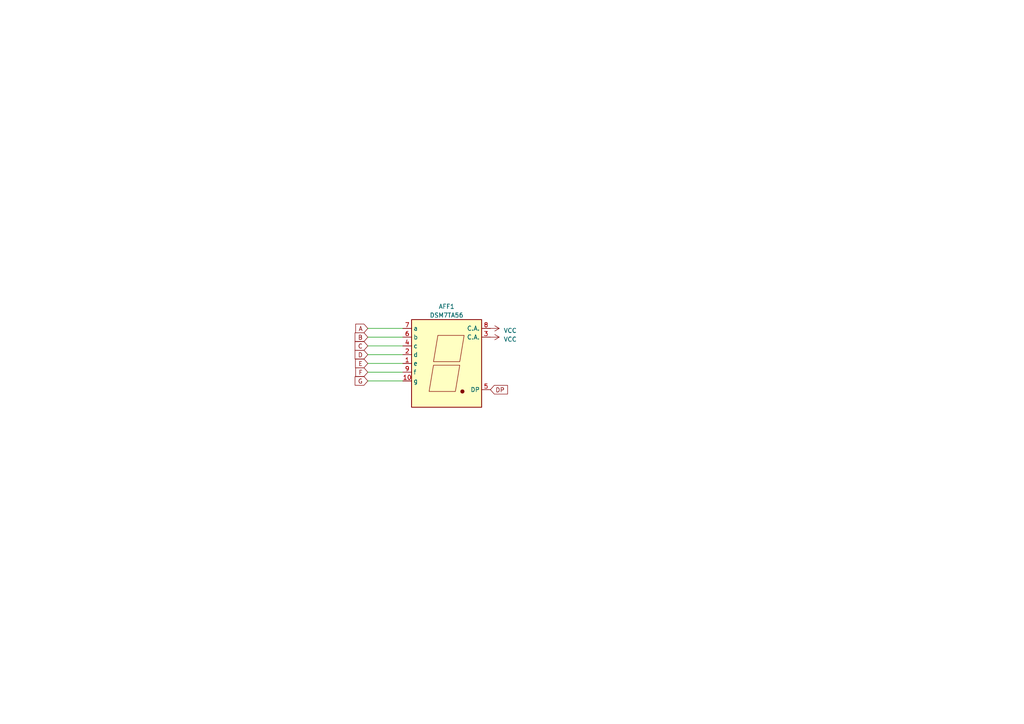
<source format=kicad_sch>
(kicad_sch (version 20230121) (generator eeschema)

  (uuid 4fb50587-523c-4435-830b-27c776229916)

  (paper "A4")

  (lib_symbols
    (symbol "Display_Character:LTS-6960HR" (in_bom yes) (on_board yes)
      (property "Reference" "AFF" (at -7.874 13.97 0)
        (effects (font (size 1.27 1.27)))
      )
      (property "Value" "LTS-6960HR" (at -2.032 13.97 0)
        (effects (font (size 1.27 1.27)) (justify left))
      )
      (property "Footprint" "Display_7Segment:7SegmentLED_LTS6760_LTS6780" (at 0 -15.24 0)
        (effects (font (size 1.27 1.27)) hide)
      )
      (property "Datasheet" "https://datasheet.octopart.com/LTS-6960HR-Lite-On-datasheet-11803242.pdf" (at 0 0 0)
        (effects (font (size 1.27 1.27)) hide)
      )
      (property "ki_keywords" "display LED 7-segment" (at 0 0 0)
        (effects (font (size 1.27 1.27)) hide)
      )
      (property "ki_description" "DISPLAY 7 SEGMENTS common A." (at 0 0 0)
        (effects (font (size 1.27 1.27)) hide)
      )
      (property "ki_fp_filters" "7SegmentLED?LTS6760?LTS6780*" (at 0 0 0)
        (effects (font (size 1.27 1.27)) hide)
      )
      (symbol "LTS-6960HR_0_1"
        (rectangle (start -10.16 12.7) (end 10.16 -12.7)
          (stroke (width 0.254) (type default))
          (fill (type background))
        )
        (polyline
          (pts
            (xy -3.81 -0.508)
            (xy 3.81 -0.508)
            (xy 2.54 -8.128)
            (xy -5.08 -8.128)
            (xy -3.81 -0.508)
            (xy -3.81 -0.508)
          )
          (stroke (width 0) (type default))
          (fill (type none))
        )
        (polyline
          (pts
            (xy -2.54 8.128)
            (xy 5.08 8.128)
            (xy 3.81 0.508)
            (xy -3.81 0.508)
            (xy -2.54 8.128)
            (xy -2.54 8.128)
          )
          (stroke (width 0) (type default))
          (fill (type none))
        )
        (circle (center 4.572 -8.128) (radius 0.508)
          (stroke (width 0) (type default))
          (fill (type outline))
        )
      )
      (symbol "LTS-6960HR_1_1"
        (pin passive line (at -12.7 0 0) (length 2.54)
          (name "e" (effects (font (size 1.27 1.27))))
          (number "1" (effects (font (size 1.27 1.27))))
        )
        (pin passive line (at -12.7 -5.08 0) (length 2.54)
          (name "g" (effects (font (size 1.27 1.27))))
          (number "10" (effects (font (size 1.27 1.27))))
        )
        (pin passive line (at -12.7 2.54 0) (length 2.54)
          (name "d" (effects (font (size 1.27 1.27))))
          (number "2" (effects (font (size 1.27 1.27))))
        )
        (pin passive line (at 12.7 7.62 180) (length 2.54)
          (name "C.A." (effects (font (size 1.27 1.27))))
          (number "3" (effects (font (size 1.27 1.27))))
        )
        (pin passive line (at -12.7 5.08 0) (length 2.54)
          (name "c" (effects (font (size 1.27 1.27))))
          (number "4" (effects (font (size 1.27 1.27))))
        )
        (pin passive line (at 12.7 -7.62 180) (length 2.54)
          (name "DP" (effects (font (size 1.27 1.27))))
          (number "5" (effects (font (size 1.27 1.27))))
        )
        (pin passive line (at -12.7 7.62 0) (length 2.54)
          (name "b" (effects (font (size 1.27 1.27))))
          (number "6" (effects (font (size 1.27 1.27))))
        )
        (pin passive line (at -12.7 10.16 0) (length 2.54)
          (name "a" (effects (font (size 1.27 1.27))))
          (number "7" (effects (font (size 1.27 1.27))))
        )
        (pin passive line (at 12.7 10.16 180) (length 2.54)
          (name "C.A." (effects (font (size 1.27 1.27))))
          (number "8" (effects (font (size 1.27 1.27))))
        )
        (pin passive line (at -12.7 -2.54 0) (length 2.54)
          (name "f" (effects (font (size 1.27 1.27))))
          (number "9" (effects (font (size 1.27 1.27))))
        )
      )
    )
    (symbol "power:VCC" (power) (pin_names (offset 0)) (in_bom yes) (on_board yes)
      (property "Reference" "#PWR" (at 0 -3.81 0)
        (effects (font (size 1.27 1.27)) hide)
      )
      (property "Value" "VCC" (at 0 3.81 0)
        (effects (font (size 1.27 1.27)))
      )
      (property "Footprint" "" (at 0 0 0)
        (effects (font (size 1.27 1.27)) hide)
      )
      (property "Datasheet" "" (at 0 0 0)
        (effects (font (size 1.27 1.27)) hide)
      )
      (property "ki_keywords" "global power" (at 0 0 0)
        (effects (font (size 1.27 1.27)) hide)
      )
      (property "ki_description" "Power symbol creates a global label with name \"VCC\"" (at 0 0 0)
        (effects (font (size 1.27 1.27)) hide)
      )
      (symbol "VCC_0_1"
        (polyline
          (pts
            (xy -0.762 1.27)
            (xy 0 2.54)
          )
          (stroke (width 0) (type default))
          (fill (type none))
        )
        (polyline
          (pts
            (xy 0 0)
            (xy 0 2.54)
          )
          (stroke (width 0) (type default))
          (fill (type none))
        )
        (polyline
          (pts
            (xy 0 2.54)
            (xy 0.762 1.27)
          )
          (stroke (width 0) (type default))
          (fill (type none))
        )
      )
      (symbol "VCC_1_1"
        (pin power_in line (at 0 0 90) (length 0) hide
          (name "VCC" (effects (font (size 1.27 1.27))))
          (number "1" (effects (font (size 1.27 1.27))))
        )
      )
    )
  )


  (wire (pts (xy 106.68 97.79) (xy 116.84 97.79))
    (stroke (width 0) (type default))
    (uuid 52bc36e1-c750-48b6-b6ec-12d85cafe50f)
  )
  (wire (pts (xy 106.68 110.49) (xy 116.84 110.49))
    (stroke (width 0) (type default))
    (uuid 580d8229-bc24-4d88-97e1-aae0993f5e80)
  )
  (wire (pts (xy 106.68 95.25) (xy 116.84 95.25))
    (stroke (width 0) (type default))
    (uuid 5da533c2-315b-42eb-9be4-b95182a8cfba)
  )
  (wire (pts (xy 106.68 105.41) (xy 116.84 105.41))
    (stroke (width 0) (type default))
    (uuid 729641ce-4f6f-4c30-a882-be9814aacff3)
  )
  (wire (pts (xy 106.68 102.87) (xy 116.84 102.87))
    (stroke (width 0) (type default))
    (uuid 7a740dbd-1aaf-40d8-b4a7-f73c9e8ea923)
  )
  (wire (pts (xy 106.68 107.95) (xy 116.84 107.95))
    (stroke (width 0) (type default))
    (uuid 8b17d27a-eebf-40ef-a17e-f9a5ce4de679)
  )
  (wire (pts (xy 106.68 100.33) (xy 116.84 100.33))
    (stroke (width 0) (type default))
    (uuid b6ae75a7-54f7-4321-99be-e2c1254552ee)
  )

  (global_label "B" (shape input) (at 106.68 97.79 180) (fields_autoplaced)
    (effects (font (size 1.27 1.27)) (justify right))
    (uuid 121aea7f-f330-4079-9839-df95410e54f4)
    (property "Intersheetrefs" "${INTERSHEET_REFS}" (at 103.1584 97.79 0)
      (effects (font (size 1.27 1.27)) (justify right) hide)
    )
  )
  (global_label "G" (shape input) (at 106.68 110.49 180) (fields_autoplaced)
    (effects (font (size 1.27 1.27)) (justify right))
    (uuid 141e63e3-5b20-43ed-a368-d5390a0514b1)
    (property "Intersheetrefs" "${INTERSHEET_REFS}" (at 103.1584 110.49 0)
      (effects (font (size 1.27 1.27)) (justify right) hide)
    )
  )
  (global_label "DP" (shape input) (at 142.24 113.03 0) (fields_autoplaced)
    (effects (font (size 1.27 1.27)) (justify left))
    (uuid 2ab9caeb-920a-4449-8cfb-c3d1bb42cf9c)
    (property "Intersheetrefs" "${INTERSHEET_REFS}" (at 147.0316 113.03 0)
      (effects (font (size 1.27 1.27)) (justify left) hide)
    )
  )
  (global_label "A" (shape input) (at 106.68 95.25 180) (fields_autoplaced)
    (effects (font (size 1.27 1.27)) (justify right))
    (uuid 3f71a816-8da3-42c8-b609-89b101ea3142)
    (property "Intersheetrefs" "${INTERSHEET_REFS}" (at 103.3398 95.25 0)
      (effects (font (size 1.27 1.27)) (justify right) hide)
    )
  )
  (global_label "F" (shape input) (at 106.68 107.95 180) (fields_autoplaced)
    (effects (font (size 1.27 1.27)) (justify right))
    (uuid 59fda58f-f353-4040-a6a7-5672e84a34a4)
    (property "Intersheetrefs" "${INTERSHEET_REFS}" (at 103.3398 107.95 0)
      (effects (font (size 1.27 1.27)) (justify right) hide)
    )
  )
  (global_label "C" (shape input) (at 106.68 100.33 180) (fields_autoplaced)
    (effects (font (size 1.27 1.27)) (justify right))
    (uuid 7481315f-246c-4d92-b22b-cb374cd2070b)
    (property "Intersheetrefs" "${INTERSHEET_REFS}" (at 103.1584 100.33 0)
      (effects (font (size 1.27 1.27)) (justify right) hide)
    )
  )
  (global_label "E" (shape input) (at 106.68 105.41 180) (fields_autoplaced)
    (effects (font (size 1.27 1.27)) (justify right))
    (uuid a9470798-a8a4-4628-b008-74540ace966c)
    (property "Intersheetrefs" "${INTERSHEET_REFS}" (at 103.2794 105.41 0)
      (effects (font (size 1.27 1.27)) (justify right) hide)
    )
  )
  (global_label "D" (shape input) (at 106.68 102.87 180) (fields_autoplaced)
    (effects (font (size 1.27 1.27)) (justify right))
    (uuid b99980f9-01f3-4f28-847f-81791bd0560f)
    (property "Intersheetrefs" "${INTERSHEET_REFS}" (at 103.1584 102.87 0)
      (effects (font (size 1.27 1.27)) (justify right) hide)
    )
  )

  (symbol (lib_id "Display_Character:LTS-6960HR") (at 129.54 105.41 0) (unit 1)
    (in_bom yes) (on_board yes) (dnp no) (fields_autoplaced)
    (uuid 6122844f-527d-4723-80c6-217b80e4e784)
    (property "Reference" "AFF1" (at 129.54 88.9 0)
      (effects (font (size 1.27 1.27)))
    )
    (property "Value" "DSM7TA56" (at 129.54 91.44 0)
      (effects (font (size 1.27 1.27)))
    )
    (property "Footprint" "d-lev:DSM7TA56" (at 129.54 120.65 0)
      (effects (font (size 1.27 1.27)) hide)
    )
    (property "Datasheet" "https://vcclite.com/wp-content/uploads/wpallimport/files/files/DSM7TA56105T.pdf" (at 129.54 105.41 0)
      (effects (font (size 1.27 1.27)) hide)
    )
    (pin "1" (uuid 6f9e7e6a-e479-49d2-98c4-4ef6996fa497))
    (pin "10" (uuid 5dc703a1-8645-4625-9cf2-fa2002ff8482))
    (pin "2" (uuid 47cd205f-f696-42a7-a8e8-03957bea864d))
    (pin "3" (uuid b539779a-b35d-434f-9a11-f16c4f635b1d))
    (pin "4" (uuid 18f8109b-4170-4d69-b3d0-32bf89fc9219))
    (pin "5" (uuid c40422a4-8b68-4e12-b8cb-f7801465e26e))
    (pin "6" (uuid 40adb69d-b62e-4426-8492-50a20002fb75))
    (pin "7" (uuid 91e517ea-fe1b-4d93-93f4-e976ea7bdec8))
    (pin "8" (uuid 2da0e6f7-f3a8-42cd-b180-d747e766759e))
    (pin "9" (uuid 379276cc-62cf-4fed-9cc9-5f731b3bf4d9))
    (instances
      (project "d-lev-tuner"
        (path "/d0a63483-9262-4daa-933b-19ce0ffbb204"
          (reference "AFF1") (unit 1)
        )
        (path "/d0a63483-9262-4daa-933b-19ce0ffbb204/689e7f7e-78fa-43a8-878a-fa1e2a90ef4f"
          (reference "AFF1") (unit 1)
        )
      )
    )
  )

  (symbol (lib_id "power:VCC") (at 142.24 95.25 270) (unit 1)
    (in_bom yes) (on_board yes) (dnp no) (fields_autoplaced)
    (uuid cd8f7148-3273-41fc-83cb-1b1418080885)
    (property "Reference" "#PWR039" (at 138.43 95.25 0)
      (effects (font (size 1.27 1.27)) hide)
    )
    (property "Value" "VCC" (at 146.05 95.885 90)
      (effects (font (size 1.27 1.27)) (justify left))
    )
    (property "Footprint" "" (at 142.24 95.25 0)
      (effects (font (size 1.27 1.27)) hide)
    )
    (property "Datasheet" "" (at 142.24 95.25 0)
      (effects (font (size 1.27 1.27)) hide)
    )
    (pin "1" (uuid b174fe66-fe66-4c90-aa8f-614d0e00f1ce))
    (instances
      (project "d-lev-tuner"
        (path "/d0a63483-9262-4daa-933b-19ce0ffbb204/689e7f7e-78fa-43a8-878a-fa1e2a90ef4f"
          (reference "#PWR039") (unit 1)
        )
      )
    )
  )

  (symbol (lib_id "power:VCC") (at 142.24 97.79 270) (unit 1)
    (in_bom yes) (on_board yes) (dnp no) (fields_autoplaced)
    (uuid e9297790-f6a3-42bd-b7af-9b53b62c9378)
    (property "Reference" "#PWR043" (at 138.43 97.79 0)
      (effects (font (size 1.27 1.27)) hide)
    )
    (property "Value" "VCC" (at 146.05 98.425 90)
      (effects (font (size 1.27 1.27)) (justify left))
    )
    (property "Footprint" "" (at 142.24 97.79 0)
      (effects (font (size 1.27 1.27)) hide)
    )
    (property "Datasheet" "" (at 142.24 97.79 0)
      (effects (font (size 1.27 1.27)) hide)
    )
    (pin "1" (uuid d90caf87-2eba-426e-93f7-a5d8942dc240))
    (instances
      (project "d-lev-tuner"
        (path "/d0a63483-9262-4daa-933b-19ce0ffbb204/689e7f7e-78fa-43a8-878a-fa1e2a90ef4f"
          (reference "#PWR043") (unit 1)
        )
      )
    )
  )
)

</source>
